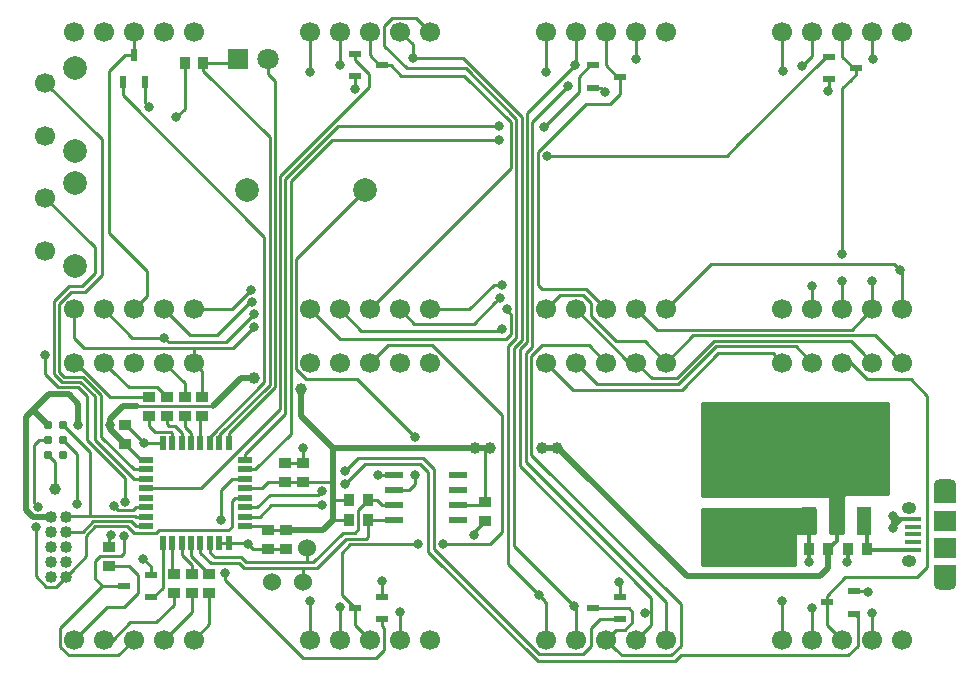
<source format=gtl>
G04 #@! TF.GenerationSoftware,KiCad,Pcbnew,(2017-07-16 revision e797af331)-makepkg*
G04 #@! TF.CreationDate,2017-08-01T20:13:45+01:00*
G04 #@! TF.ProjectId,smalltime,736D616C6C74696D652E6B696361645F,rev?*
G04 #@! TF.SameCoordinates,Original
G04 #@! TF.FileFunction,Copper,L1,Top,Signal*
G04 #@! TF.FilePolarity,Positive*
%FSLAX46Y46*%
G04 Gerber Fmt 4.6, Leading zero omitted, Abs format (unit mm)*
G04 Created by KiCad (PCBNEW (2017-07-16 revision e797af331)-makepkg) date 08/01/17 20:13:45*
%MOMM*%
%LPD*%
G01*
G04 APERTURE LIST*
%ADD10C,1.524000*%
%ADD11C,1.700000*%
%ADD12C,1.016000*%
%ADD13C,2.000000*%
%ADD14R,1.000000X0.950000*%
%ADD15R,0.950000X1.000000*%
%ADD16R,1.200000X0.500000*%
%ADD17R,0.500000X1.200000*%
%ADD18R,1.550000X0.600000*%
%ADD19R,1.300000X2.400000*%
%ADD20R,3.800000X2.400000*%
%ADD21R,1.350000X0.400000*%
%ADD22O,1.250000X1.000000*%
%ADD23R,1.900000X1.800000*%
%ADD24R,1.900000X1.575000*%
%ADD25O,1.900000X1.000000*%
%ADD26C,0.787000*%
%ADD27R,1.800000X1.800000*%
%ADD28C,1.800000*%
%ADD29R,1.000000X0.600000*%
%ADD30R,0.600000X1.000000*%
%ADD31C,1.000000*%
%ADD32C,0.800000*%
%ADD33C,0.250000*%
%ADD34C,0.350000*%
%ADD35C,0.500000*%
%ADD36C,0.254000*%
G04 APERTURE END LIST*
D10*
X99300000Y-83300000D03*
X99700000Y-80400000D03*
X96700000Y-83300000D03*
D11*
X139920000Y-36697492D03*
X142460000Y-36697492D03*
X145000000Y-36697492D03*
X147540000Y-36697492D03*
X150080000Y-36697492D03*
X150080000Y-60197492D03*
X147540000Y-60197492D03*
X145000000Y-60197492D03*
X142460000Y-60197492D03*
X139920000Y-60197492D03*
X130080000Y-88197492D03*
X127540000Y-88197492D03*
X125000000Y-88197492D03*
X122460000Y-88197492D03*
X119920000Y-88197492D03*
X119920000Y-64697492D03*
X122460000Y-64697492D03*
X125000000Y-64697492D03*
X127540000Y-64697492D03*
X130080000Y-64697492D03*
X99920000Y-36697492D03*
X102460000Y-36697492D03*
X105000000Y-36697492D03*
X107540000Y-36697492D03*
X110080000Y-36697492D03*
X110080000Y-60197492D03*
X107540000Y-60197492D03*
X105000000Y-60197492D03*
X102460000Y-60197492D03*
X99920000Y-60197492D03*
X79920000Y-36697492D03*
X82460000Y-36697492D03*
X85000000Y-36697492D03*
X87540000Y-36697492D03*
X90080000Y-36697492D03*
X90080000Y-60197492D03*
X87540000Y-60197492D03*
X85000000Y-60197492D03*
X82460000Y-60197492D03*
X79920000Y-60197492D03*
X90080000Y-88197492D03*
X87540000Y-88197492D03*
X85000000Y-88197492D03*
X82460000Y-88197492D03*
X79920000Y-88197492D03*
X79920000Y-64697492D03*
X82460000Y-64697492D03*
X85000000Y-64697492D03*
X87540000Y-64697492D03*
X90080000Y-64697492D03*
X110080000Y-88197492D03*
X107540000Y-88197492D03*
X105000000Y-88197492D03*
X102460000Y-88197492D03*
X99920000Y-88197492D03*
X99920000Y-64697492D03*
X102460000Y-64697492D03*
X105000000Y-64697492D03*
X107540000Y-64697492D03*
X110080000Y-64697492D03*
X150080000Y-88197492D03*
X147540000Y-88197492D03*
X145000000Y-88197492D03*
X142460000Y-88197492D03*
X139920000Y-88197492D03*
X139920000Y-64697492D03*
X142460000Y-64697492D03*
X145000000Y-64697492D03*
X147540000Y-64697492D03*
X150080000Y-64697492D03*
X119920000Y-36697492D03*
X122460000Y-36697492D03*
X125000000Y-36697492D03*
X127540000Y-36697492D03*
X130080000Y-36697492D03*
X130080000Y-60197492D03*
X127540000Y-60197492D03*
X125000000Y-60197492D03*
X122460000Y-60197492D03*
X119920000Y-60197492D03*
D12*
X77980000Y-77750000D03*
X79250000Y-77750000D03*
X77980000Y-79020000D03*
X79250000Y-79020000D03*
X77980000Y-80290000D03*
X79250000Y-80290000D03*
X77980000Y-81560000D03*
X79250000Y-81560000D03*
X77980000Y-82830000D03*
X79250000Y-82830000D03*
D13*
X94600000Y-50100000D03*
X104600000Y-50100000D03*
D14*
X97800000Y-74800000D03*
X97800000Y-73200000D03*
X99300000Y-74800000D03*
X99300000Y-73200000D03*
X97900000Y-78900000D03*
X97900000Y-80500000D03*
X84300000Y-71600000D03*
X84300000Y-70000000D03*
X96400000Y-78900000D03*
X96400000Y-80500000D03*
X114750000Y-76550000D03*
X114750000Y-78150000D03*
D15*
X147050000Y-80500000D03*
X145450000Y-80500000D03*
X143800000Y-80500000D03*
X142200000Y-80500000D03*
D16*
X94450000Y-78550000D03*
X94450000Y-77750000D03*
X94450000Y-76950000D03*
X94450000Y-76150000D03*
X94450000Y-75350000D03*
X94450000Y-74550000D03*
X94450000Y-73750000D03*
X94450000Y-72950000D03*
D17*
X93050000Y-71550000D03*
X92250000Y-71550000D03*
X91450000Y-71550000D03*
X90650000Y-71550000D03*
X89850000Y-71550000D03*
X89050000Y-71550000D03*
X88250000Y-71550000D03*
X87450000Y-71550000D03*
D16*
X86050000Y-72950000D03*
X86050000Y-73750000D03*
X86050000Y-74550000D03*
X86050000Y-75350000D03*
X86050000Y-76150000D03*
X86050000Y-76950000D03*
X86050000Y-77750000D03*
X86050000Y-78550000D03*
D17*
X87450000Y-79950000D03*
X88250000Y-79950000D03*
X89050000Y-79950000D03*
X89850000Y-79950000D03*
X90650000Y-79950000D03*
X91450000Y-79950000D03*
X92250000Y-79950000D03*
X93050000Y-79950000D03*
D18*
X112450000Y-78005000D03*
X112450000Y-76735000D03*
X112450000Y-75465000D03*
X112450000Y-74195000D03*
X107050000Y-74195000D03*
X107050000Y-75465000D03*
X107050000Y-76735000D03*
X107050000Y-78005000D03*
D19*
X144500000Y-78100000D03*
X142200000Y-78100000D03*
X146800000Y-78100000D03*
D20*
X144500000Y-72000000D03*
D21*
X151000000Y-79250000D03*
X151000000Y-78600000D03*
X151000000Y-79900000D03*
X151000000Y-80550000D03*
X151000000Y-77950000D03*
D22*
X150675000Y-77025000D03*
X150675000Y-81475000D03*
D23*
X153675000Y-78100000D03*
X153675000Y-80400000D03*
D24*
X153675000Y-75862500D03*
D25*
X153675000Y-75075000D03*
D24*
X153675000Y-82637500D03*
D25*
X153675000Y-83425000D03*
D26*
X77720000Y-69980000D03*
X78990000Y-69980000D03*
X77720000Y-71250000D03*
X78990000Y-71250000D03*
X77720000Y-72520000D03*
X78990000Y-72520000D03*
D27*
X93800000Y-39000000D03*
D28*
X96340000Y-39000000D03*
D29*
X86450000Y-84550000D03*
X86450000Y-82650000D03*
X84150000Y-83600000D03*
X106000000Y-86450000D03*
X106000000Y-84550000D03*
X103700000Y-85500000D03*
X126150000Y-86450000D03*
X126150000Y-84550000D03*
X123850000Y-85500000D03*
X146000000Y-85950000D03*
X146000000Y-84050000D03*
X143700000Y-85000000D03*
D30*
X84050000Y-40950000D03*
X85950000Y-40950000D03*
X85000000Y-38650000D03*
D29*
X103700000Y-38550000D03*
X103700000Y-40450000D03*
X106000000Y-39500000D03*
X123850000Y-39550000D03*
X123850000Y-41450000D03*
X126150000Y-40500000D03*
X143850000Y-38800000D03*
X143850000Y-40700000D03*
X146150000Y-39750000D03*
D15*
X103200000Y-76350000D03*
X104800000Y-76350000D03*
X103200000Y-78000000D03*
X104800000Y-78000000D03*
X90900000Y-39300000D03*
X89300000Y-39300000D03*
D14*
X88400000Y-84200000D03*
X88400000Y-82600000D03*
X82900000Y-81900000D03*
X82900000Y-80300000D03*
X87800000Y-67600000D03*
X87800000Y-69200000D03*
X89300000Y-67600000D03*
X89300000Y-69200000D03*
X90800000Y-67600000D03*
X90800000Y-69200000D03*
X89900000Y-84200000D03*
X89900000Y-82600000D03*
X91400000Y-84200000D03*
X91400000Y-82600000D03*
X86300000Y-67600000D03*
X86300000Y-69200000D03*
D13*
X80000000Y-39750000D03*
X80000000Y-46750000D03*
D11*
X77500000Y-41000000D03*
X77500000Y-45500000D03*
D13*
X80000000Y-49500000D03*
X80000000Y-56500000D03*
D11*
X77500000Y-50750000D03*
X77500000Y-55250000D03*
D31*
X78300000Y-75400000D03*
D32*
X113800000Y-79300000D03*
X139999992Y-81000000D03*
X134000000Y-81000000D03*
X137000000Y-81000000D03*
X140000000Y-78000006D03*
X137000000Y-78000000D03*
X134000012Y-78000000D03*
X99300000Y-71900000D03*
X124900000Y-41800000D03*
X86300000Y-43100000D03*
X88600000Y-43900000D03*
X105700000Y-74200000D03*
X85900000Y-71500000D03*
X85800000Y-81300000D03*
X142200000Y-81600000D03*
X145400000Y-81600000D03*
X149300000Y-78700000D03*
X149300000Y-77700000D03*
X147200000Y-84100000D03*
X126100000Y-83300000D03*
X106000000Y-83200000D03*
X143800000Y-41700000D03*
X103700000Y-41500000D03*
X94700000Y-80100000D03*
X108800000Y-71000000D03*
X108800000Y-74200000D03*
D31*
X99200000Y-66900010D03*
X95200000Y-66000000D03*
X113900000Y-71900000D03*
X115200000Y-71900000D03*
X120800000Y-71899998D03*
X119599988Y-71900000D03*
D32*
X83000000Y-70000000D03*
X80300000Y-70000000D03*
X76700000Y-78600000D03*
X76900000Y-76900000D03*
X80200000Y-76700000D03*
X84262504Y-76469782D03*
X77500000Y-64100000D03*
X84200000Y-79400000D03*
X109100000Y-80100000D03*
X111200000Y-80100000D03*
X145000008Y-57800000D03*
X145000000Y-55500000D03*
X122300000Y-85300000D03*
X142460000Y-85460000D03*
X102461429Y-85428171D03*
X108600000Y-38900000D03*
X147600000Y-39000000D03*
X127500000Y-39000000D03*
X139900000Y-84900000D03*
X119300001Y-84400001D03*
X99900000Y-84900000D03*
X147540000Y-57799847D03*
X95000000Y-59600000D03*
X116000000Y-59200000D03*
X116174990Y-61900018D03*
X142460000Y-58257431D03*
X87600026Y-62600000D03*
X95200000Y-60599996D03*
X116600000Y-60200000D03*
X95200000Y-61700000D03*
X147540000Y-85940000D03*
X107500000Y-85800000D03*
X128300000Y-85900000D03*
X141600000Y-39600000D03*
X122400000Y-39500000D03*
X102500000Y-39500000D03*
X121800000Y-41300000D03*
X140000000Y-40000000D03*
X119900000Y-40100000D03*
X99900000Y-40100000D03*
X149900000Y-56900000D03*
X94900000Y-58600000D03*
X116200000Y-58100000D03*
X115900002Y-45900000D03*
X120000000Y-47200000D03*
X92400000Y-78000000D03*
X92700000Y-82500000D03*
X100900000Y-75600000D03*
X102900000Y-73900000D03*
X102900000Y-75000000D03*
X100900000Y-76800000D03*
X115900000Y-44699987D03*
X119700000Y-44800000D03*
X83100000Y-79300000D03*
X83354442Y-76888645D03*
D33*
X78300000Y-75000000D02*
X78300000Y-75400000D01*
X113800000Y-79075000D02*
X113800000Y-79300000D01*
X114725000Y-78150000D02*
X113800000Y-79075000D01*
X114750000Y-78150000D02*
X114725000Y-78150000D01*
D34*
X151000000Y-77950000D02*
X149800000Y-77950000D01*
X149800000Y-77950000D02*
X149550000Y-77950000D01*
X149300000Y-77700000D02*
X149550000Y-77700000D01*
X149550000Y-77700000D02*
X149800000Y-77950000D01*
X149300000Y-78000000D02*
X149500000Y-78200000D01*
X149300000Y-77700000D02*
X149300000Y-78000000D01*
X149300000Y-77700000D02*
X149300000Y-78700000D01*
X151000000Y-77950000D02*
X150050000Y-77950000D01*
X150050000Y-77950000D02*
X149300000Y-78700000D01*
X149550000Y-77950000D02*
X149300000Y-77700000D01*
X142200000Y-78100000D02*
X141800000Y-78100000D01*
X141800000Y-78100000D02*
X139999992Y-79900008D01*
X139999992Y-79900008D02*
X139999992Y-81000000D01*
X134565685Y-81000000D02*
X134000000Y-81000000D01*
X136234315Y-81000000D02*
X134565685Y-81000000D01*
X138434315Y-78800000D02*
X136234315Y-81000000D01*
X137000000Y-80234315D02*
X137000000Y-80434315D01*
X138434315Y-78800000D02*
X137000000Y-80234315D01*
X137000000Y-80434315D02*
X137000000Y-81000000D01*
X137600000Y-78700000D02*
X137700000Y-78800000D01*
X137700000Y-78800000D02*
X138434315Y-78800000D01*
X134000012Y-78000000D02*
X137000000Y-78000000D01*
D33*
X99300000Y-73200000D02*
X99300000Y-71900000D01*
X97800000Y-73200000D02*
X99300000Y-73200000D01*
X123850000Y-41450000D02*
X124550000Y-41450000D01*
X124550000Y-41450000D02*
X124900000Y-41800000D01*
X85950000Y-40950000D02*
X85950000Y-42750000D01*
X85950000Y-42750000D02*
X86300000Y-43100000D01*
X89300000Y-39300000D02*
X89300000Y-43200000D01*
X89300000Y-43200000D02*
X88600000Y-43900000D01*
X107050000Y-74195000D02*
X105705000Y-74195000D01*
X105705000Y-74195000D02*
X105700000Y-74200000D01*
X85950000Y-71550000D02*
X85900000Y-71500000D01*
X87450000Y-71550000D02*
X85950000Y-71550000D01*
X85825000Y-71500000D02*
X85900000Y-71500000D01*
X84300000Y-70000000D02*
X84325000Y-70000000D01*
X84325000Y-70000000D02*
X85825000Y-71500000D01*
X86450000Y-82650000D02*
X86450000Y-81950000D01*
X86450000Y-81950000D02*
X85800000Y-81300000D01*
D34*
X142200000Y-78100000D02*
X142200000Y-80500000D01*
X142200000Y-80500000D02*
X142200000Y-81600000D01*
X145450000Y-80500000D02*
X145450000Y-81550000D01*
X145450000Y-81550000D02*
X145400000Y-81600000D01*
D33*
X146000000Y-84050000D02*
X147150000Y-84050000D01*
X147150000Y-84050000D02*
X147200000Y-84100000D01*
X126150000Y-84550000D02*
X126150000Y-83350000D01*
X126150000Y-83350000D02*
X126100000Y-83300000D01*
X106000000Y-84550000D02*
X106000000Y-83200000D01*
X143850000Y-40700000D02*
X143850000Y-41650000D01*
X143850000Y-41650000D02*
X143800000Y-41700000D01*
X103700000Y-40450000D02*
X103700000Y-41500000D01*
X97900000Y-80500000D02*
X96400000Y-80500000D01*
X93050000Y-79950000D02*
X94550000Y-79950000D01*
X94550000Y-79950000D02*
X94700000Y-80100000D01*
X92250000Y-79950000D02*
X93050000Y-79950000D01*
X96400000Y-80500000D02*
X95100000Y-80500000D01*
X95100000Y-80500000D02*
X94700000Y-80100000D01*
X77720000Y-72520000D02*
X78300000Y-73100000D01*
X78300000Y-73100000D02*
X78300000Y-75000000D01*
X98744999Y-56100000D02*
X98744999Y-65261493D01*
X104600000Y-50100000D02*
X98744999Y-55955001D01*
X98744999Y-55955001D02*
X98744999Y-56100000D01*
X103874998Y-66074998D02*
X108400001Y-70600001D01*
X108400001Y-70600001D02*
X108800000Y-71000000D01*
X98744999Y-65261493D02*
X99558504Y-66074998D01*
X99558504Y-66074998D02*
X103874998Y-66074998D01*
X108335000Y-75465000D02*
X108800000Y-75000000D01*
X108800000Y-75000000D02*
X108800000Y-74200000D01*
X107050000Y-75465000D02*
X108335000Y-75465000D01*
X107050000Y-75465000D02*
X107525000Y-75465000D01*
D35*
X99200000Y-67607116D02*
X99200000Y-66900010D01*
X101900000Y-71900000D02*
X99200000Y-69200000D01*
X99200000Y-69200000D02*
X99200000Y-67607116D01*
X94492894Y-66000000D02*
X95200000Y-66000000D01*
X91700000Y-68400000D02*
X94100000Y-66000000D01*
X94100000Y-66000000D02*
X94492894Y-66000000D01*
X119599988Y-71900000D02*
X120900000Y-71900000D01*
X120900000Y-71900000D02*
X131800000Y-82800000D01*
X131800000Y-82800000D02*
X143100000Y-82800000D01*
X143100000Y-82800000D02*
X143800000Y-82100000D01*
X143800000Y-82100000D02*
X143800000Y-80500000D01*
D33*
X94450000Y-75350000D02*
X95850000Y-75350000D01*
X95850000Y-75350000D02*
X96400000Y-74800000D01*
X96400000Y-74800000D02*
X97800000Y-74800000D01*
D35*
X101900000Y-75700000D02*
X101900000Y-74900000D01*
X101900000Y-74900000D02*
X101900000Y-71900000D01*
D33*
X99300000Y-74800000D02*
X101800000Y-74800000D01*
X101800000Y-74800000D02*
X101900000Y-74900000D01*
X97800000Y-74800000D02*
X99300000Y-74800000D01*
X103200000Y-78000000D02*
X101900000Y-78000000D01*
D35*
X101900000Y-76600000D02*
X101900000Y-76400000D01*
X101900000Y-76400000D02*
X101900000Y-75700000D01*
D33*
X103200000Y-76350000D02*
X101950000Y-76350000D01*
X101950000Y-76350000D02*
X101900000Y-76400000D01*
D35*
X76500000Y-68700000D02*
X75900000Y-69300000D01*
X77800000Y-67400000D02*
X76500000Y-68700000D01*
X76500000Y-68700000D02*
X76500000Y-68760000D01*
X76500000Y-68760000D02*
X77720000Y-69980000D01*
X80300000Y-70000000D02*
X80300000Y-68200000D01*
X75900000Y-69300000D02*
X75900000Y-77200000D01*
X80300000Y-68200000D02*
X79500000Y-67400000D01*
X79500000Y-67400000D02*
X77800000Y-67400000D01*
X76450000Y-77750000D02*
X77980000Y-77750000D01*
X75900000Y-77200000D02*
X76450000Y-77750000D01*
X113900000Y-71900000D02*
X104958002Y-71900000D01*
X104958002Y-71900000D02*
X101900000Y-71900000D01*
X97900000Y-78900000D02*
X101000000Y-78900000D01*
X101000000Y-78900000D02*
X101900000Y-78000000D01*
X101900000Y-78000000D02*
X101900000Y-76600000D01*
D33*
X114750000Y-76550000D02*
X114775000Y-76550000D01*
D35*
X113900000Y-71900000D02*
X114200000Y-71900000D01*
X115200000Y-71900000D02*
X113900000Y-71900000D01*
D33*
X114750000Y-76550000D02*
X114750000Y-71950000D01*
X114700000Y-71900000D02*
X114200000Y-71900000D01*
X114750000Y-71950000D02*
X114700000Y-71900000D01*
D35*
X114200000Y-71900000D02*
X114800000Y-71900000D01*
X119599988Y-71900000D02*
X120200000Y-71900000D01*
X120200000Y-71900000D02*
X120799998Y-71900000D01*
X114200000Y-71900000D02*
X115200000Y-71900000D01*
D33*
X120900002Y-72000000D02*
X120800000Y-71899998D01*
D35*
X120799998Y-71900000D02*
X120800000Y-71899998D01*
X83000000Y-70000000D02*
X83000000Y-69500000D01*
X83000000Y-69500000D02*
X84100000Y-68400000D01*
X84100000Y-68400000D02*
X85300000Y-68400000D01*
X83000000Y-70325000D02*
X83000000Y-70000000D01*
X84275000Y-71600000D02*
X83000000Y-70325000D01*
X84300000Y-71600000D02*
X84275000Y-71600000D01*
D33*
X112450000Y-76735000D02*
X114565000Y-76735000D01*
X114565000Y-76735000D02*
X114750000Y-76550000D01*
X85300000Y-68400000D02*
X91700000Y-68400000D01*
D34*
X144500000Y-78100000D02*
X144500000Y-79800000D01*
X144500000Y-79800000D02*
X143800000Y-80500000D01*
D33*
X96400000Y-78900000D02*
X97900000Y-78900000D01*
X94450000Y-78550000D02*
X96050000Y-78550000D01*
X96050000Y-78550000D02*
X96400000Y-78900000D01*
X86050000Y-72950000D02*
X85650000Y-72950000D01*
X85650000Y-72950000D02*
X84300000Y-71600000D01*
D34*
X147050000Y-80500000D02*
X147050000Y-78350000D01*
X147050000Y-78350000D02*
X146800000Y-78100000D01*
X151000000Y-80550000D02*
X147100000Y-80550000D01*
X147100000Y-80550000D02*
X147050000Y-80500000D01*
D33*
X77720000Y-71250000D02*
X76950000Y-71250000D01*
X76950000Y-71250000D02*
X76513999Y-71686001D01*
X76513999Y-71686001D02*
X76513999Y-76513999D01*
X76513999Y-76513999D02*
X76900000Y-76900000D01*
X86910001Y-79125001D02*
X84998005Y-79125001D01*
X80974999Y-81105001D02*
X79757999Y-82322001D01*
X93300000Y-76450000D02*
X93300000Y-78600000D01*
X94450000Y-76150000D02*
X93600000Y-76150000D01*
X79757999Y-82322001D02*
X79250000Y-82830000D01*
X81752000Y-78574998D02*
X80974999Y-79351999D01*
X93300000Y-78600000D02*
X93000000Y-78900000D01*
X93600000Y-76150000D02*
X93300000Y-76450000D01*
X93000000Y-78900000D02*
X87135002Y-78900000D01*
X87135002Y-78900000D02*
X86910001Y-79125001D01*
X80974999Y-79351999D02*
X80974999Y-81105001D01*
X84448002Y-78574998D02*
X81752000Y-78574998D01*
X84998005Y-79125001D02*
X84448002Y-78574998D01*
X76700000Y-78600000D02*
X76700000Y-82782842D01*
X76700000Y-82782842D02*
X77580159Y-83663001D01*
X77580159Y-83663001D02*
X78416999Y-83663001D01*
X78416999Y-83663001D02*
X78742001Y-83337999D01*
X78742001Y-83337999D02*
X79250000Y-82830000D01*
X85124976Y-77674976D02*
X81300000Y-77674976D01*
X81300000Y-77674976D02*
X79325024Y-77674976D01*
X78990000Y-69980000D02*
X81300000Y-72290000D01*
X81300000Y-72290000D02*
X81300000Y-77674976D01*
X86050000Y-77750000D02*
X85200000Y-77750000D01*
X85200000Y-77750000D02*
X85124976Y-77674976D01*
X79325024Y-77674976D02*
X79250000Y-77750000D01*
X79300000Y-77700000D02*
X79250000Y-77750000D01*
X81565600Y-78124987D02*
X80670587Y-79020000D01*
X80670587Y-79020000D02*
X79968420Y-79020000D01*
X84774987Y-78124987D02*
X81565600Y-78124987D01*
X79968420Y-79020000D02*
X79250000Y-79020000D01*
X86050000Y-78550000D02*
X85200000Y-78550000D01*
X85200000Y-78550000D02*
X84774987Y-78124987D01*
X80200000Y-76134315D02*
X80200000Y-76700000D01*
X78990000Y-71250000D02*
X80200000Y-72460000D01*
X80200000Y-72460000D02*
X80200000Y-76134315D01*
X100200000Y-81600000D02*
X99700000Y-81600000D01*
X99700000Y-81600000D02*
X94500000Y-81600000D01*
X99700000Y-80400000D02*
X99700000Y-81477630D01*
X99700000Y-81477630D02*
X99700000Y-81600000D01*
X104800000Y-76350000D02*
X104000000Y-77150000D01*
X91450000Y-80800000D02*
X91450000Y-79950000D01*
X91850000Y-81200000D02*
X91450000Y-80800000D01*
X94500000Y-81600000D02*
X94100000Y-81200000D01*
X103700000Y-79100000D02*
X102700000Y-79100000D01*
X104000000Y-78800000D02*
X103700000Y-79100000D01*
X94100000Y-81200000D02*
X91850000Y-81200000D01*
X102700000Y-79100000D02*
X100200000Y-81600000D01*
X104000000Y-77150000D02*
X104000000Y-78800000D01*
X105985000Y-76735000D02*
X105600000Y-76350000D01*
X105600000Y-76350000D02*
X104800000Y-76350000D01*
X107050000Y-76735000D02*
X105985000Y-76735000D01*
X99300000Y-83300000D02*
X99300000Y-82100000D01*
X94300000Y-82100000D02*
X99300000Y-82100000D01*
X99300000Y-82100000D02*
X100500000Y-82100000D01*
X90650000Y-79950000D02*
X90650000Y-80800000D01*
X90650000Y-80800000D02*
X91550000Y-81700000D01*
X91550000Y-81700000D02*
X93900000Y-81700000D01*
X93900000Y-81700000D02*
X94300000Y-82100000D01*
X100500000Y-82100000D02*
X103000000Y-79600000D01*
X103000000Y-79600000D02*
X104700000Y-79600000D01*
X104700000Y-79600000D02*
X104800000Y-79500000D01*
X104800000Y-79500000D02*
X104800000Y-78000000D01*
X107050000Y-78005000D02*
X104805000Y-78005000D01*
X104805000Y-78005000D02*
X104800000Y-78000000D01*
X106575000Y-78005000D02*
X107050000Y-78005000D01*
X90900000Y-39300000D02*
X90900000Y-40050000D01*
X96494944Y-45644944D02*
X96494944Y-66562469D01*
X90900000Y-40050000D02*
X96494944Y-45644944D01*
X96494944Y-66562469D02*
X92250000Y-70807413D01*
X92250000Y-70807413D02*
X92250000Y-71550000D01*
X90900000Y-39300000D02*
X93500000Y-39300000D01*
X93500000Y-39300000D02*
X93800000Y-39000000D01*
X84262504Y-74462504D02*
X84262504Y-75904097D01*
X81025002Y-67525002D02*
X81025002Y-71225002D01*
X80300000Y-66800000D02*
X81025002Y-67525002D01*
X77500000Y-65700000D02*
X78600000Y-66800000D01*
X84262504Y-75904097D02*
X84262504Y-76469782D01*
X77500000Y-64100000D02*
X77500000Y-65700000D01*
X81025002Y-71225002D02*
X84262504Y-74462504D01*
X78600000Y-66800000D02*
X80300000Y-66800000D01*
X83900000Y-81100000D02*
X84200000Y-80800000D01*
X84200000Y-80800000D02*
X84200000Y-79400000D01*
X82100000Y-81100000D02*
X83900000Y-81100000D01*
X81700000Y-81500000D02*
X82100000Y-81100000D01*
X81700000Y-82965693D02*
X81700000Y-81500000D01*
X82334307Y-83600000D02*
X81700000Y-82965693D01*
X84150000Y-83600000D02*
X82334307Y-83600000D01*
X82334307Y-83600000D02*
X78744999Y-87189308D01*
X78744999Y-87189308D02*
X78744999Y-88761493D01*
X78744999Y-88761493D02*
X79483506Y-89500000D01*
X79483506Y-89500000D02*
X83697492Y-89500000D01*
X83697492Y-89500000D02*
X85000000Y-88197492D01*
X105000000Y-64697492D02*
X106497448Y-63200044D01*
X106497448Y-63200044D02*
X110245600Y-63200044D01*
X110245600Y-63200044D02*
X116200000Y-69154444D01*
X116200000Y-69154444D02*
X116200000Y-79073004D01*
X116200000Y-79073004D02*
X115173004Y-80100000D01*
X115173004Y-80100000D02*
X111200000Y-80100000D01*
X109100000Y-80100000D02*
X103300000Y-80100000D01*
X103300000Y-80100000D02*
X102600000Y-80800000D01*
X102600000Y-80800000D02*
X102600000Y-84400000D01*
X102600000Y-84400000D02*
X103700000Y-85500000D01*
X103700000Y-85500000D02*
X103700000Y-86897492D01*
X103700000Y-86897492D02*
X105000000Y-88197492D01*
X131300000Y-85173002D02*
X131300000Y-88716494D01*
X130516494Y-89500000D02*
X126302508Y-89500000D01*
X131300000Y-88716494D02*
X130516494Y-89500000D01*
X126302508Y-89500000D02*
X125849999Y-89047491D01*
X119600000Y-63200000D02*
X118674998Y-64125002D01*
X123502508Y-63200000D02*
X119600000Y-63200000D01*
X125000000Y-64697492D02*
X123502508Y-63200000D01*
X118674998Y-64125002D02*
X118674998Y-72548000D01*
X118674998Y-72548000D02*
X131300000Y-85173002D01*
X125849999Y-89047491D02*
X125000000Y-88197492D01*
X127200000Y-85800000D02*
X126900000Y-85500000D01*
X126900000Y-85500000D02*
X123850000Y-85500000D01*
X127200000Y-86700000D02*
X127200000Y-85800000D01*
X126552507Y-87347493D02*
X127200000Y-86700000D01*
X125000000Y-88197492D02*
X125849999Y-87347493D01*
X125849999Y-87347493D02*
X126552507Y-87347493D01*
X143700000Y-85000000D02*
X143700000Y-84450000D01*
X151300000Y-82900000D02*
X152200000Y-82000000D01*
X143700000Y-84450000D02*
X145250000Y-82900000D01*
X150800000Y-66100000D02*
X147100000Y-66100000D01*
X145250000Y-82900000D02*
X151300000Y-82900000D01*
X152200000Y-82000000D02*
X152200000Y-67500000D01*
X152200000Y-67500000D02*
X150800000Y-66100000D01*
X147100000Y-66100000D02*
X145697492Y-64697492D01*
X145697492Y-64697492D02*
X145000000Y-64697492D01*
X143700000Y-85000000D02*
X143700000Y-86897492D01*
X143700000Y-86897492D02*
X145000000Y-88197492D01*
X82900000Y-53700000D02*
X86150000Y-56950000D01*
X86150000Y-56950000D02*
X86150000Y-59047492D01*
X82900000Y-40000000D02*
X82900000Y-53700000D01*
X84250000Y-38650000D02*
X82900000Y-40000000D01*
X85000000Y-38650000D02*
X84250000Y-38650000D01*
X85000000Y-36697492D02*
X85000000Y-38650000D01*
X86150000Y-59047492D02*
X85000000Y-60197492D01*
X106750000Y-39500000D02*
X106000000Y-39500000D01*
X116944955Y-48252537D02*
X116944955Y-44344955D01*
X107650000Y-40400000D02*
X106750000Y-39500000D01*
X113000000Y-40400000D02*
X107650000Y-40400000D01*
X116944955Y-44344955D02*
X113000000Y-40400000D01*
X105000000Y-60197492D02*
X116944955Y-48252537D01*
X105000000Y-36697492D02*
X105000000Y-38700000D01*
X105000000Y-38700000D02*
X105800000Y-39500000D01*
X105800000Y-39500000D02*
X106000000Y-39500000D01*
X125000000Y-60197492D02*
X123302508Y-58500000D01*
X123302508Y-58500000D02*
X119600000Y-58500000D01*
X123300000Y-42800000D02*
X125300000Y-42800000D01*
X119600000Y-58500000D02*
X119200000Y-58100000D01*
X119200000Y-58100000D02*
X119200000Y-46900000D01*
X119200000Y-46900000D02*
X123300000Y-42800000D01*
X125300000Y-42800000D02*
X126150000Y-41950000D01*
X126150000Y-41950000D02*
X126150000Y-40500000D01*
X125000000Y-36697492D02*
X125000000Y-39550000D01*
X125000000Y-39550000D02*
X125950000Y-40500000D01*
X125950000Y-40500000D02*
X126150000Y-40500000D01*
X145000000Y-57800008D02*
X145000008Y-57800000D01*
X145000000Y-60197492D02*
X145000000Y-57800008D01*
X146150000Y-40300000D02*
X145700000Y-40750000D01*
X145000000Y-55500000D02*
X145000000Y-41450000D01*
X145000000Y-41450000D02*
X145700000Y-40750000D01*
X146150000Y-39750000D02*
X146150000Y-40300000D01*
X145000000Y-36697492D02*
X145000000Y-38800000D01*
X145000000Y-38800000D02*
X145950000Y-39750000D01*
X145950000Y-39750000D02*
X146150000Y-39750000D01*
X108600000Y-38900000D02*
X112836411Y-38900000D01*
X117844977Y-62800849D02*
X117200000Y-63445826D01*
X121800001Y-84800001D02*
X122300000Y-85300000D01*
X117200000Y-80200000D02*
X121800001Y-84800001D01*
X117200000Y-63445826D02*
X117200000Y-80200000D01*
X117844977Y-43908566D02*
X117844977Y-62800849D01*
X112836411Y-38900000D02*
X117844977Y-43908566D01*
X107540000Y-36697492D02*
X108600000Y-37757492D01*
X108600000Y-37757492D02*
X108600000Y-38900000D01*
X102460000Y-88197492D02*
X102460000Y-85429600D01*
X102460000Y-85429600D02*
X102461429Y-85428171D01*
X82460000Y-88197492D02*
X83202508Y-88197492D01*
X83202508Y-88197492D02*
X84700000Y-86700000D01*
X84700000Y-86700000D02*
X86900000Y-86700000D01*
X86900000Y-86700000D02*
X88400000Y-85200000D01*
X88400000Y-85200000D02*
X88400000Y-84200000D01*
X142400000Y-85400000D02*
X142460000Y-85460000D01*
X142460000Y-85460000D02*
X142460000Y-88197492D01*
X122300000Y-85300000D02*
X122460000Y-85460000D01*
X122460000Y-85460000D02*
X122460000Y-88197492D01*
X147600000Y-39000000D02*
X147540000Y-38940000D01*
X147540000Y-38940000D02*
X147540000Y-36697492D01*
X127500000Y-39000000D02*
X127540000Y-38960000D01*
X127540000Y-38960000D02*
X127540000Y-36697492D01*
X87540000Y-36697492D02*
X87797492Y-36697492D01*
X119920000Y-85020000D02*
X119300001Y-84400001D01*
X116700000Y-81800000D02*
X119300001Y-84400001D01*
X116700000Y-63309415D02*
X116700000Y-81800000D01*
X117394966Y-44094966D02*
X117394966Y-62614449D01*
X106200000Y-37900000D02*
X108100000Y-39800000D01*
X108882508Y-35500000D02*
X106900000Y-35500000D01*
X110080000Y-36697492D02*
X108882508Y-35500000D01*
X117394966Y-62614449D02*
X116700000Y-63309415D01*
X113100000Y-39800000D02*
X117394966Y-44094966D01*
X106900000Y-35500000D02*
X106200000Y-36200000D01*
X108100000Y-39800000D02*
X113100000Y-39800000D01*
X106200000Y-36200000D02*
X106200000Y-37900000D01*
X119300001Y-84400001D02*
X119800000Y-84900000D01*
X85400000Y-82700000D02*
X84600000Y-81900000D01*
X84600000Y-81900000D02*
X82900000Y-81900000D01*
X85400000Y-84200000D02*
X85400000Y-82700000D01*
X84200000Y-85400000D02*
X85400000Y-84200000D01*
X82717492Y-85400000D02*
X84200000Y-85400000D01*
X79920000Y-88197492D02*
X82717492Y-85400000D01*
X139900000Y-84900000D02*
X139920000Y-84920000D01*
X139920000Y-84920000D02*
X139920000Y-88197492D01*
X119800000Y-84900000D02*
X119920000Y-85020000D01*
X119920000Y-85020000D02*
X119920000Y-88197492D01*
X99900000Y-84900000D02*
X99920000Y-84920000D01*
X99920000Y-84920000D02*
X99920000Y-88197492D01*
X142460000Y-64697492D02*
X141062508Y-63300000D01*
X141062508Y-63300000D02*
X134300000Y-63300000D01*
X134300000Y-63300000D02*
X131100000Y-66500000D01*
X131100000Y-66500000D02*
X124262508Y-66500000D01*
X124262508Y-66500000D02*
X123309999Y-65547491D01*
X123309999Y-65547491D02*
X122460000Y-64697492D01*
X94826998Y-59600000D02*
X95000000Y-59600000D01*
X87540000Y-60197492D02*
X89742508Y-62400000D01*
X92026998Y-62400000D02*
X94826998Y-59600000D01*
X89742508Y-62400000D02*
X92026998Y-62400000D01*
X108742508Y-61400000D02*
X113800000Y-61400000D01*
X107540000Y-60197492D02*
X108742508Y-61400000D01*
X113800000Y-61400000D02*
X115600001Y-59599999D01*
X115600001Y-59599999D02*
X116000000Y-59200000D01*
X146690001Y-61047491D02*
X147540000Y-60197492D01*
X145787525Y-61949967D02*
X146690001Y-61047491D01*
X129292475Y-61949967D02*
X145787525Y-61949967D01*
X127540000Y-60197492D02*
X129292475Y-61949967D01*
X147540000Y-60197492D02*
X147540000Y-57799847D01*
X147540000Y-57799847D02*
X147614837Y-57725010D01*
X83309999Y-65547491D02*
X82460000Y-64697492D01*
X86975000Y-66800000D02*
X84562508Y-66800000D01*
X87775000Y-67600000D02*
X86975000Y-66800000D01*
X87800000Y-67600000D02*
X87775000Y-67600000D01*
X84562508Y-66800000D02*
X83309999Y-65547491D01*
X102460000Y-60197492D02*
X104262508Y-62000000D01*
X104262508Y-62000000D02*
X116075008Y-62000000D01*
X116075008Y-62000000D02*
X116174990Y-61900018D01*
X142460000Y-60197492D02*
X142460000Y-58257431D01*
X84862508Y-62600000D02*
X87034341Y-62600000D01*
X82460000Y-60197492D02*
X84862508Y-62600000D01*
X88000025Y-62999999D02*
X87600026Y-62600000D01*
X92799997Y-62999999D02*
X88000025Y-62999999D01*
X87034341Y-62600000D02*
X87600026Y-62600000D01*
X95200000Y-60599996D02*
X92799997Y-62999999D01*
X127540000Y-64697492D02*
X128842508Y-66000000D01*
X130963589Y-66000000D02*
X134113600Y-62849989D01*
X134113600Y-62849989D02*
X145692497Y-62849989D01*
X128842508Y-66000000D02*
X130963589Y-66000000D01*
X145692497Y-62849989D02*
X146690001Y-63847493D01*
X146690001Y-63847493D02*
X147540000Y-64697492D01*
X122460000Y-60197492D02*
X126960000Y-64697492D01*
X126960000Y-64697492D02*
X127540000Y-64697492D01*
X89300000Y-67600000D02*
X89300000Y-66457492D01*
X89300000Y-66457492D02*
X87540000Y-64697492D01*
X99920000Y-60197492D02*
X102422508Y-62700000D01*
X102422508Y-62700000D02*
X116500000Y-62700000D01*
X116500000Y-62700000D02*
X116899999Y-62300001D01*
X116899999Y-62300001D02*
X116899999Y-60599999D01*
X116899999Y-60599999D02*
X116600000Y-60300000D01*
X116600000Y-60300000D02*
X116600000Y-60200000D01*
X90100000Y-63500000D02*
X93400000Y-63500000D01*
X80800000Y-63500000D02*
X90100000Y-63500000D01*
X90100000Y-63500000D02*
X90100000Y-64677492D01*
X90100000Y-64677492D02*
X90080000Y-64697492D01*
X93400000Y-63500000D02*
X95200000Y-61700000D01*
X79920000Y-62620000D02*
X80800000Y-63500000D01*
X79920000Y-60197492D02*
X79920000Y-62620000D01*
X119920000Y-60197492D02*
X121117492Y-59000000D01*
X121117492Y-59000000D02*
X123000000Y-59000000D01*
X123000000Y-59000000D02*
X123700000Y-59700000D01*
X123700000Y-59700000D02*
X123700000Y-60800000D01*
X123700000Y-60800000D02*
X125800000Y-62900000D01*
X125800000Y-62900000D02*
X128282508Y-62900000D01*
X128282508Y-62900000D02*
X130080000Y-64697492D01*
X130080000Y-64697492D02*
X132377514Y-62399978D01*
X149230001Y-63847493D02*
X150080000Y-64697492D01*
X147782486Y-62399978D02*
X149230001Y-63847493D01*
X132377514Y-62399978D02*
X147782486Y-62399978D01*
X90800000Y-67600000D02*
X90800000Y-65417492D01*
X90800000Y-65417492D02*
X90080000Y-64697492D01*
X79920000Y-60197492D02*
X80002508Y-60197492D01*
X107540000Y-85960000D02*
X107540000Y-85840000D01*
X107540000Y-85840000D02*
X107500000Y-85800000D01*
X117700000Y-73500000D02*
X128800000Y-84600000D01*
X118294988Y-43605012D02*
X118294988Y-62987249D01*
X117700000Y-63582237D02*
X117700000Y-73500000D01*
X122400000Y-39500000D02*
X118294988Y-43605012D01*
X128800000Y-84600000D02*
X128800000Y-85800000D01*
X118294988Y-62987249D02*
X117700000Y-63582237D01*
X128800000Y-85800000D02*
X128400000Y-85800000D01*
X128400000Y-85800000D02*
X128300000Y-85900000D01*
X128800000Y-86507106D02*
X128800000Y-85800000D01*
X128800000Y-86937492D02*
X128800000Y-86507106D01*
X127540000Y-88197492D02*
X128800000Y-86937492D01*
X142099999Y-39100001D02*
X141600000Y-39600000D01*
X142460000Y-38740000D02*
X142099999Y-39100001D01*
X142460000Y-36697492D02*
X142460000Y-38740000D01*
X87540000Y-88197492D02*
X89900000Y-85837492D01*
X89900000Y-85837492D02*
X89900000Y-84200000D01*
X147500000Y-85900000D02*
X147540000Y-85940000D01*
X147540000Y-85940000D02*
X147540000Y-88197492D01*
X107540000Y-85960000D02*
X107540000Y-88197492D01*
X122400000Y-39500000D02*
X122460000Y-39440000D01*
X122460000Y-39440000D02*
X122460000Y-36697492D01*
X102500000Y-39500000D02*
X102460000Y-39460000D01*
X102460000Y-39460000D02*
X102460000Y-36697492D01*
X118200000Y-73136411D02*
X130080000Y-85016411D01*
X121800000Y-41300000D02*
X118744999Y-44355001D01*
X130080000Y-85016411D02*
X130080000Y-86995411D01*
X118744999Y-44355001D02*
X118744999Y-63355001D01*
X118744999Y-63355001D02*
X118200000Y-63900000D01*
X118200000Y-63900000D02*
X118200000Y-73136411D01*
X130080000Y-86995411D02*
X130080000Y-88197492D01*
X90080000Y-88197492D02*
X91400000Y-86877492D01*
X91400000Y-86877492D02*
X91400000Y-84200000D01*
X140000000Y-40000000D02*
X139920000Y-39920000D01*
X139920000Y-39920000D02*
X139920000Y-36697492D01*
X119900000Y-40100000D02*
X119920000Y-40080000D01*
X119920000Y-40080000D02*
X119920000Y-36697492D01*
X99900000Y-40100000D02*
X99920000Y-40080000D01*
X99920000Y-40080000D02*
X99920000Y-36697492D01*
X150080000Y-57080000D02*
X149900000Y-56900000D01*
X149900000Y-56900000D02*
X149400001Y-56400001D01*
X150080000Y-60197492D02*
X150080000Y-57080000D01*
X149400001Y-56400001D02*
X133877491Y-56400001D01*
X133877491Y-56400001D02*
X130929999Y-59347493D01*
X130929999Y-59347493D02*
X130080000Y-60197492D01*
X119920000Y-64697492D02*
X119920000Y-64720000D01*
X119920000Y-64720000D02*
X122200000Y-67000000D01*
X122200000Y-67000000D02*
X131400000Y-67000000D01*
X131400000Y-67000000D02*
X134500000Y-63900000D01*
X134500000Y-63900000D02*
X139122508Y-63900000D01*
X139122508Y-63900000D02*
X139920000Y-64697492D01*
X90080000Y-60197492D02*
X93302508Y-60197492D01*
X93302508Y-60197492D02*
X94900000Y-58600000D01*
X113402508Y-60197492D02*
X115500000Y-58100000D01*
X115500000Y-58100000D02*
X116200000Y-58100000D01*
X110080000Y-60197492D02*
X113402508Y-60197492D01*
X80106725Y-64697492D02*
X83009233Y-67600000D01*
X79920000Y-64697492D02*
X80106725Y-64697492D01*
X83009233Y-67600000D02*
X85550000Y-67600000D01*
X85550000Y-67600000D02*
X86300000Y-67600000D01*
X80849991Y-58750009D02*
X79686402Y-58750009D01*
X82250011Y-70986402D02*
X85013609Y-73750000D01*
X85200000Y-73750000D02*
X86050000Y-73750000D01*
X80672800Y-65899978D02*
X82250011Y-67477189D01*
X78675013Y-65475013D02*
X79099978Y-65899978D01*
X82250011Y-67477189D02*
X82250011Y-70986402D01*
X78675013Y-59761398D02*
X78675013Y-65475013D01*
X79686402Y-58750009D02*
X78675013Y-59761398D01*
X82300000Y-57300000D02*
X80849991Y-58750009D01*
X82300000Y-45800000D02*
X82300000Y-57300000D01*
X79099978Y-65899978D02*
X80672800Y-65899978D01*
X77500000Y-41000000D02*
X82300000Y-45800000D01*
X85013609Y-73750000D02*
X85200000Y-73750000D01*
X78225002Y-59474998D02*
X78225002Y-65688591D01*
X84986410Y-74550000D02*
X85200000Y-74550000D01*
X77500000Y-50750000D02*
X81700000Y-54950000D01*
X80600000Y-58200000D02*
X79500000Y-58200000D01*
X85200000Y-74550000D02*
X86050000Y-74550000D01*
X81700000Y-71263590D02*
X84986410Y-74550000D01*
X81700000Y-67563589D02*
X81700000Y-71263590D01*
X79500000Y-58200000D02*
X78225002Y-59474998D01*
X81700000Y-57100000D02*
X80600000Y-58200000D01*
X81700000Y-54950000D02*
X81700000Y-57100000D01*
X80486400Y-66349989D02*
X81700000Y-67563589D01*
X78886400Y-66349989D02*
X80486400Y-66349989D01*
X78225002Y-65688591D02*
X78886400Y-66349989D01*
X98294988Y-49368601D02*
X98294988Y-70755012D01*
X95300000Y-73750000D02*
X94450000Y-73750000D01*
X101763589Y-45900000D02*
X98294988Y-49368601D01*
X98294988Y-70755012D02*
X95300000Y-73750000D01*
X115900002Y-45900000D02*
X101763589Y-45900000D01*
X136200000Y-46200000D02*
X135200000Y-47200000D01*
X135200000Y-47200000D02*
X120000000Y-47200000D01*
X143600000Y-38800000D02*
X136200000Y-46200000D01*
X143850000Y-38800000D02*
X143600000Y-38800000D01*
X87450000Y-79950000D02*
X87450000Y-83750000D01*
X87450000Y-83750000D02*
X86650000Y-84550000D01*
X86650000Y-84550000D02*
X86450000Y-84550000D01*
X92400000Y-75500000D02*
X93350000Y-74550000D01*
X93350000Y-74550000D02*
X94450000Y-74550000D01*
X92400000Y-78000000D02*
X92400000Y-75500000D01*
X99300000Y-89700000D02*
X92700000Y-83100000D01*
X92700000Y-83100000D02*
X92700000Y-82500000D01*
X105500000Y-89700000D02*
X99300000Y-89700000D01*
X106175001Y-89024999D02*
X105500000Y-89700000D01*
X106000000Y-86450000D02*
X106000000Y-87000000D01*
X106000000Y-87000000D02*
X106175001Y-87175001D01*
X106175001Y-87175001D02*
X106175001Y-89024999D01*
X126150000Y-86450000D02*
X124450000Y-86450000D01*
X123700000Y-88700000D02*
X123000000Y-89400000D01*
X124450000Y-86450000D02*
X123700000Y-87200000D01*
X123700000Y-87200000D02*
X123700000Y-88700000D01*
X110400000Y-73700000D02*
X109500000Y-72800000D01*
X123000000Y-89400000D02*
X119300000Y-89400000D01*
X119300000Y-89400000D02*
X110400000Y-80500000D01*
X110400000Y-80500000D02*
X110400000Y-73700000D01*
X109500000Y-72800000D02*
X104000000Y-72800000D01*
X104000000Y-72800000D02*
X102900000Y-73900000D01*
X96500000Y-75900000D02*
X100600000Y-75900000D01*
X100600000Y-75900000D02*
X100900000Y-75600000D01*
X95450000Y-76950000D02*
X96500000Y-75900000D01*
X94450000Y-76950000D02*
X95450000Y-76950000D01*
X146000000Y-85950000D02*
X146300000Y-86250000D01*
X146300000Y-86250000D02*
X146300000Y-88700000D01*
X94450000Y-77750000D02*
X95650000Y-77750000D01*
X96600000Y-76800000D02*
X100900000Y-76800000D01*
X95650000Y-77750000D02*
X96600000Y-76800000D01*
X104600000Y-73300000D02*
X102900000Y-75000000D01*
X119200000Y-90000000D02*
X109900000Y-80700000D01*
X109900000Y-74000000D02*
X109200000Y-73300000D01*
X130800000Y-90000000D02*
X119200000Y-90000000D01*
X131300000Y-89500000D02*
X130800000Y-90000000D01*
X109900000Y-80700000D02*
X109900000Y-74000000D01*
X145500000Y-89500000D02*
X131300000Y-89500000D01*
X109200000Y-73300000D02*
X104600000Y-73300000D01*
X146300000Y-88700000D02*
X145500000Y-89500000D01*
X84050000Y-42050000D02*
X84050000Y-41700000D01*
X84050000Y-41700000D02*
X84050000Y-40950000D01*
X91450000Y-71550000D02*
X91450000Y-70971002D01*
X96044933Y-54044933D02*
X84050000Y-42050000D01*
X91450000Y-70971002D02*
X96044933Y-66376071D01*
X96044933Y-66376071D02*
X96044933Y-54044933D01*
X103700000Y-39100000D02*
X104900000Y-40300000D01*
X86900000Y-75350000D02*
X86050000Y-75350000D01*
X97394966Y-68640036D02*
X90685002Y-75350000D01*
X104900000Y-40300000D02*
X104900000Y-41400000D01*
X103700000Y-38550000D02*
X103700000Y-39100000D01*
X90685002Y-75350000D02*
X86900000Y-75350000D01*
X97394966Y-48905034D02*
X97394966Y-68640036D01*
X104900000Y-41400000D02*
X97394966Y-48905034D01*
X94450000Y-72450000D02*
X94450000Y-72950000D01*
X97844977Y-49182201D02*
X97844977Y-69055023D01*
X97844977Y-69055023D02*
X94450000Y-72450000D01*
X102327191Y-44699987D02*
X97844977Y-49182201D01*
X115900000Y-44699987D02*
X102327191Y-44699987D01*
X122700000Y-40500000D02*
X122700000Y-41800000D01*
X122700000Y-41800000D02*
X119700000Y-44800000D01*
X123850000Y-39550000D02*
X123650000Y-39550000D01*
X123650000Y-39550000D02*
X122700000Y-40500000D01*
X90650000Y-71550000D02*
X90650000Y-69350000D01*
X90650000Y-69350000D02*
X90800000Y-69200000D01*
X89300000Y-70150000D02*
X89300000Y-69200000D01*
X89850000Y-71550000D02*
X89850000Y-70700000D01*
X89850000Y-70700000D02*
X89300000Y-70150000D01*
X88450000Y-70100000D02*
X87975000Y-70100000D01*
X87975000Y-70100000D02*
X87800000Y-69925000D01*
X87800000Y-69925000D02*
X87800000Y-69200000D01*
X89050000Y-71550000D02*
X89050000Y-70700000D01*
X89050000Y-70700000D02*
X88450000Y-70100000D01*
X86800000Y-70600000D02*
X86300000Y-70100000D01*
X86300000Y-70100000D02*
X86300000Y-69200000D01*
X88150000Y-70600000D02*
X86800000Y-70600000D01*
X88250000Y-71550000D02*
X88250000Y-70700000D01*
X88250000Y-70700000D02*
X88150000Y-70600000D01*
X82900000Y-80300000D02*
X82900000Y-79500000D01*
X82900000Y-79500000D02*
X83100000Y-79300000D01*
X84925035Y-77224965D02*
X83690762Y-77224965D01*
X83690762Y-77224965D02*
X83354442Y-76888645D01*
X85200000Y-76950000D02*
X84925035Y-77224965D01*
X86050000Y-76950000D02*
X85200000Y-76950000D01*
X88250000Y-79950000D02*
X88250000Y-82450000D01*
X88250000Y-82450000D02*
X88400000Y-82600000D01*
X89900000Y-82600000D02*
X89900000Y-81875000D01*
X89050000Y-80800000D02*
X89050000Y-79950000D01*
X89900000Y-81875000D02*
X89050000Y-81025000D01*
X89050000Y-81025000D02*
X89050000Y-80800000D01*
X91400000Y-82600000D02*
X91375000Y-82600000D01*
X91375000Y-82600000D02*
X89850000Y-81075000D01*
X89850000Y-81075000D02*
X89850000Y-80800000D01*
X89850000Y-80800000D02*
X89850000Y-79950000D01*
X96340000Y-40272792D02*
X96944955Y-40877747D01*
X93050000Y-70700000D02*
X93050000Y-71550000D01*
X96944955Y-66805045D02*
X93050000Y-70700000D01*
X96340000Y-39000000D02*
X96340000Y-40272792D01*
X96944955Y-40877747D02*
X96944955Y-66805045D01*
D36*
G36*
X142673000Y-79173000D02*
X141100000Y-79173000D01*
X141051399Y-79182667D01*
X141010197Y-79210197D01*
X140982667Y-79251399D01*
X140973000Y-79300000D01*
X140973000Y-81873000D01*
X133127000Y-81873000D01*
X133127000Y-77127000D01*
X142673000Y-77127000D01*
X142673000Y-79173000D01*
X142673000Y-79173000D01*
G37*
X142673000Y-79173000D02*
X141100000Y-79173000D01*
X141051399Y-79182667D01*
X141010197Y-79210197D01*
X140982667Y-79251399D01*
X140973000Y-79300000D01*
X140973000Y-81873000D01*
X133127000Y-81873000D01*
X133127000Y-77127000D01*
X142673000Y-77127000D01*
X142673000Y-79173000D01*
G36*
X148873000Y-75873000D02*
X145200000Y-75873000D01*
X145151399Y-75882667D01*
X145110197Y-75910197D01*
X145082667Y-75951399D01*
X145073000Y-76000000D01*
X145073000Y-79173000D01*
X143927000Y-79173000D01*
X143927000Y-76100000D01*
X143917333Y-76051399D01*
X143889803Y-76010197D01*
X143848601Y-75982667D01*
X143800000Y-75973000D01*
X133127000Y-75973000D01*
X133127000Y-68127000D01*
X148873000Y-68127000D01*
X148873000Y-75873000D01*
X148873000Y-75873000D01*
G37*
X148873000Y-75873000D02*
X145200000Y-75873000D01*
X145151399Y-75882667D01*
X145110197Y-75910197D01*
X145082667Y-75951399D01*
X145073000Y-76000000D01*
X145073000Y-79173000D01*
X143927000Y-79173000D01*
X143927000Y-76100000D01*
X143917333Y-76051399D01*
X143889803Y-76010197D01*
X143848601Y-75982667D01*
X143800000Y-75973000D01*
X133127000Y-75973000D01*
X133127000Y-68127000D01*
X148873000Y-68127000D01*
X148873000Y-75873000D01*
M02*

</source>
